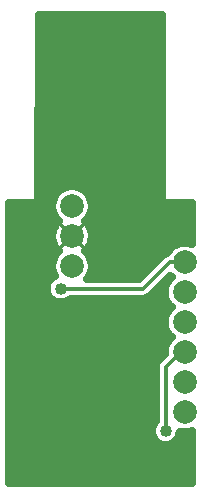
<source format=gbr>
G04 DipTrace 3.0.0.2*
G04 Bottom.gbr*
%MOIN*%
G04 #@! TF.FileFunction,Copper,L2,Bot*
G04 #@! TF.Part,Single*
G04 #@! TA.AperFunction,CopperBalancing*
%ADD14C,0.012992*%
%ADD15C,0.025*%
G04 #@! TA.AperFunction,ComponentPad*
%ADD19C,0.07874*%
G04 #@! TA.AperFunction,ViaPad*
%ADD30C,0.04*%
%FSLAX26Y26*%
G04*
G70*
G90*
G75*
G01*
G04 Bottom*
%LPD*%
X1018701Y868701D2*
D14*
X1006201D1*
X956201Y818701D1*
Y606201D1*
X606201Y1081201D2*
X881201D1*
X968701Y1168701D1*
X1018701D1*
D30*
X956201Y606201D3*
X606201Y1081201D3*
X556201Y531201D3*
X893701Y1468701D3*
X481201Y956201D3*
X768701Y931201D3*
X534660Y1967848D2*
D15*
X940207D1*
X534660Y1942979D2*
X940207D1*
X534660Y1918110D2*
X940207D1*
X534660Y1893241D2*
X940207D1*
X534660Y1868373D2*
X940207D1*
X534660Y1843504D2*
X940207D1*
X534660Y1818635D2*
X940207D1*
X534660Y1793766D2*
X940207D1*
X534660Y1768898D2*
X940207D1*
X534660Y1744029D2*
X940207D1*
X534660Y1719160D2*
X940207D1*
X534660Y1694291D2*
X940207D1*
X534660Y1669423D2*
X940207D1*
X534660Y1644554D2*
X940207D1*
X534660Y1619685D2*
X940207D1*
X534660Y1594816D2*
X940207D1*
X534660Y1569948D2*
X940207D1*
X534660Y1545079D2*
X940207D1*
X534660Y1520210D2*
X940207D1*
X534660Y1495341D2*
X940207D1*
X534660Y1470472D2*
X940207D1*
X534660Y1445604D2*
X940207D1*
X534660Y1420735D2*
X628050D1*
X659367D2*
X940207D1*
X534660Y1395866D2*
X588644D1*
X698772D2*
X940207D1*
X534660Y1370997D2*
X577024D1*
X710394D2*
X940207D1*
X434685Y1346129D2*
X576096D1*
X711272D2*
X1040207D1*
X434685Y1321260D2*
X585374D1*
X702043D2*
X1040207D1*
X434685Y1296391D2*
X589035D1*
X698382D2*
X1040207D1*
X434685Y1271522D2*
X577122D1*
X710247D2*
X1040207D1*
X434685Y1246654D2*
X576047D1*
X711370D2*
X1040207D1*
X434685Y1221785D2*
X585031D1*
X702336D2*
X977219D1*
X434685Y1196916D2*
X589427D1*
X697991D2*
X949143D1*
X434685Y1172047D2*
X577268D1*
X710148D2*
X922923D1*
X434685Y1147178D2*
X575950D1*
X711419D2*
X898068D1*
X434685Y1122310D2*
X582004D1*
X702678D2*
X873167D1*
X434685Y1097441D2*
X560130D1*
X946575D2*
X956955D1*
X434685Y1072572D2*
X558030D1*
X921722D2*
X950462D1*
X434685Y1047703D2*
X571458D1*
X640959D2*
X953782D1*
X434685Y1022835D2*
X968919D1*
X434685Y997966D2*
X957199D1*
X434685Y973097D2*
X950462D1*
X434685Y948228D2*
X953587D1*
X434685Y923360D2*
X968430D1*
X434685Y898491D2*
X957444D1*
X434685Y873622D2*
X950510D1*
X434685Y848753D2*
X937131D1*
X434685Y823885D2*
X921115D1*
X434685Y799016D2*
X920726D1*
X434685Y774147D2*
X920726D1*
X434685Y749278D2*
X920726D1*
X434685Y724409D2*
X920726D1*
X434685Y699541D2*
X920726D1*
X434685Y674672D2*
X920726D1*
X434685Y649803D2*
X920726D1*
X434685Y624934D2*
X911155D1*
X434685Y600066D2*
X907639D1*
X1004778D2*
X1040207D1*
X434685Y575197D2*
X919064D1*
X993352D2*
X1040207D1*
X434685Y550328D2*
X1040207D1*
X434685Y525459D2*
X1040207D1*
X434685Y500591D2*
X1040207D1*
X434685Y475722D2*
X1040207D1*
X434685Y450853D2*
X1040207D1*
X1042711Y607412D2*
X1034076Y604659D1*
X1023869Y603042D1*
X1013533D1*
X1002684Y604840D1*
X1001408Y595348D1*
X999154Y588409D1*
X995841Y581908D1*
X991554Y576007D1*
X986395Y570848D1*
X980493Y566560D1*
X973992Y563248D1*
X967054Y560993D1*
X959849Y559852D1*
X952552D1*
X945348Y560993D1*
X938409Y563248D1*
X931908Y566560D1*
X926007Y570848D1*
X920848Y576007D1*
X916560Y581908D1*
X913248Y588409D1*
X910993Y595348D1*
X909852Y602552D1*
Y609849D1*
X910993Y617054D1*
X913248Y623992D1*
X916560Y630493D1*
X920848Y636395D1*
X923219Y638961D1*
X923314Y821289D1*
X924827Y828895D1*
X928073Y835937D1*
X932874Y842028D1*
X933119Y842253D1*
X953142Y862294D1*
X953042Y873869D1*
X954659Y884076D1*
X957852Y893906D1*
X962545Y903114D1*
X968619Y911475D1*
X975823Y918686D1*
X968619Y925927D1*
X962545Y934287D1*
X957852Y943496D1*
X954659Y953325D1*
X953042Y963533D1*
Y973869D1*
X954659Y984076D1*
X957852Y993906D1*
X962545Y1003114D1*
X968619Y1011475D1*
X975823Y1018686D1*
X968619Y1025927D1*
X962545Y1034287D1*
X957852Y1043496D1*
X954659Y1053325D1*
X953042Y1063533D1*
Y1073869D1*
X954659Y1084076D1*
X957852Y1093906D1*
X962545Y1103114D1*
X968619Y1111475D1*
X975823Y1118686D1*
X970525Y1123865D1*
X902625Y1056117D1*
X896177Y1051808D1*
X888902Y1049125D1*
X881201Y1048213D1*
X880867Y1048226D1*
X638965Y1048213D1*
X633528Y1043588D1*
X627308Y1039776D1*
X620568Y1036984D1*
X613474Y1035281D1*
X606201Y1034709D1*
X598928Y1035281D1*
X591833Y1036984D1*
X585093Y1039776D1*
X578874Y1043588D1*
X573325Y1048325D1*
X568588Y1053874D1*
X564776Y1060093D1*
X561984Y1066833D1*
X560281Y1073928D1*
X559709Y1081201D1*
X560281Y1088474D1*
X561984Y1095568D1*
X564776Y1102308D1*
X568588Y1108528D1*
X573325Y1114076D1*
X578874Y1118814D1*
X586635Y1123336D1*
X582852Y1130996D1*
X579659Y1140825D1*
X578042Y1151033D1*
Y1161369D1*
X579659Y1171576D1*
X582852Y1181406D1*
X587545Y1190614D1*
X593619Y1198975D1*
X600823Y1206186D1*
X593852Y1213156D1*
X587915Y1221190D1*
X583261Y1230031D1*
X579999Y1239474D1*
X578201Y1249302D1*
X577911Y1259287D1*
X579135Y1269202D1*
X581844Y1278819D1*
X585976Y1287915D1*
X591437Y1296280D1*
X598101Y1303724D1*
X600835Y1306189D1*
X593619Y1313427D1*
X587545Y1321787D1*
X582852Y1330996D1*
X579659Y1340825D1*
X578042Y1351033D1*
Y1361369D1*
X579659Y1371576D1*
X582852Y1381406D1*
X587545Y1390614D1*
X593619Y1398975D1*
X600927Y1406282D1*
X609287Y1412357D1*
X618496Y1417050D1*
X628325Y1420243D1*
X638533Y1421860D1*
X648869D1*
X659076Y1420243D1*
X668906Y1417050D1*
X678114Y1412357D1*
X686475Y1406282D1*
X693782Y1398975D1*
X699857Y1390614D1*
X704550Y1381406D1*
X707743Y1371576D1*
X709360Y1361369D1*
Y1351033D1*
X707743Y1340825D1*
X704550Y1330996D1*
X699857Y1321787D1*
X693782Y1313427D1*
X686579Y1306215D1*
X693932Y1298799D1*
X699798Y1290711D1*
X704371Y1281829D1*
X707550Y1272358D1*
X709260Y1262516D1*
X709516Y1253701D1*
X708381Y1243776D1*
X705757Y1234136D1*
X701706Y1225004D1*
X696320Y1216589D1*
X689723Y1209087D1*
X686570Y1206213D1*
X693782Y1198975D1*
X699857Y1190614D1*
X704550Y1181406D1*
X707743Y1171576D1*
X709360Y1161369D1*
Y1151033D1*
X707743Y1140825D1*
X704550Y1130996D1*
X699857Y1121787D1*
X694370Y1114172D1*
X867577Y1114189D1*
X947277Y1193785D1*
X953724Y1198093D1*
X961000Y1200777D1*
X961209Y1200819D1*
X965417Y1207413D1*
X972129Y1215273D1*
X979988Y1221984D1*
X988801Y1227385D1*
X998348Y1231340D1*
X1008398Y1233752D1*
X1018701Y1234563D1*
X1029004Y1233752D1*
X1039054Y1231340D1*
X1042711Y1229990D1*
X1042717Y1367717D1*
X953261Y1367870D1*
X949542Y1369079D1*
X946378Y1371378D1*
X944079Y1374542D1*
X942870Y1378261D1*
X942717Y1392717D1*
Y1992717D1*
X532185D1*
X532031Y1378261D1*
X530823Y1374542D1*
X528524Y1371378D1*
X525360Y1369079D1*
X521640Y1367870D1*
X507185Y1367717D1*
X432185D1*
Y432185D1*
X1042717D1*
Y607332D1*
X597164Y1302738D2*
D14*
X690238Y1209664D1*
Y1302738D2*
X597164Y1209664D1*
D19*
X1018701Y668701D3*
Y768701D3*
Y868701D3*
Y968701D3*
Y1068701D3*
Y1168701D3*
X643701Y1156201D3*
Y1256201D3*
Y1356201D3*
M02*

</source>
